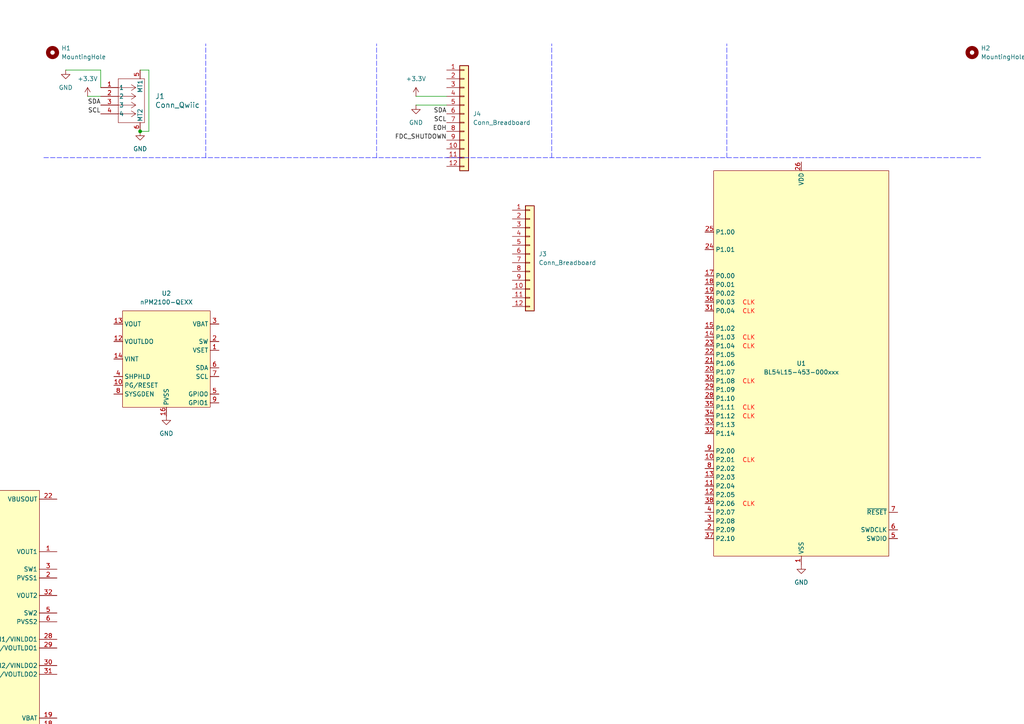
<source format=kicad_sch>
(kicad_sch (version 20250114) (generator "eeschema") (generator_version "9.0")
  (paper "A4")
  (lib_symbols
    (symbol "Connector:TestPoint" (pin_numbers (hide yes)) (pin_names (offset 0.762) (hide yes))
      (property "Reference" "TP" (at 0 6.858 0))
      (property "Value" "TestPoint" (at 0 5.08 0))
      (symbol "TestPoint_0_1"
        (circle (center 0 3.302) (radius 0.762))
      )
      (symbol "TestPoint_1_1"
        (pin passive line (at 0 0 90) (length 2.54) (name "1") (number "1"))
      )
    )
    (symbol "Connector:USB_C_Receptacle_USB2.0_16P" (pin_names (offset 1.016))
      (property "Reference" "J" (at 0 22.225 0))
      (property "Value" "USB_C_Receptacle_USB2.0_16P" (at 0 19.685 0))
      (symbol "USB_C_Receptacle_USB2.0_16P_0_0"
        (rectangle (start -0.254 -17.78) (end 0.254 -16.764))
        (rectangle (start 10.16 15.494) (end 9.144 14.986))
        (rectangle (start 10.16 10.414) (end 9.144 9.906))
        (rectangle (start 10.16 7.874) (end 9.144 7.366))
        (rectangle (start 10.16 2.794) (end 9.144 2.286))
        (rectangle (start 10.16 0.254) (end 9.144 -0.254))
        (rectangle (start 10.16 -2.286) (end 9.144 -2.794))
        (rectangle (start 10.16 -4.826) (end 9.144 -5.334))
        (rectangle (start 10.16 -12.446) (end 9.144 -12.954))
        (rectangle (start 10.16 -14.986) (end 9.144 -15.494))
      )
      (symbol "USB_C_Receptacle_USB2.0_16P_0_1"
        (rectangle (start -10.16 17.78) (end 10.16 -17.78) (stroke (width 0.254)) (fill (type background)))
        (polyline (pts (xy -8.89 -3.81) (xy -8.89 3.81)) (stroke (width 0.508)))
        (rectangle (start -7.62 -3.81) (end -6.35 3.81) (stroke (width 0.254)) (fill (type outline)))
        (arc (start -7.62 3.81) (mid -6.985 4.4423) (end -6.35 3.81) (stroke (width 0.254)))
        (arc (start -7.62 3.81) (mid -6.985 4.4423) (end -6.35 3.81) (stroke (width 0.254)) (fill (type outline)))
        (arc (start -8.89 3.81) (mid -6.985 5.7067) (end -5.08 3.81) (stroke (width 0.508)))
        (arc (start -5.08 -3.81) (mid -6.985 -5.7067) (end -8.89 -3.81) (stroke (width 0.508)))
        (arc (start -6.35 -3.81) (mid -6.985 -4.4423) (end -7.62 -3.81) (stroke (width 0.254)))
        (arc (start -6.35 -3.81) (mid -6.985 -4.4423) (end -7.62 -3.81) (stroke (width 0.254)) (fill (type outline)))
        (polyline (pts (xy -5.08 3.81) (xy -5.08 -3.81)) (stroke (width 0.508)))
        (circle (center -2.54 1.143) (radius 0.635) (stroke (width 0.254)) (fill (type outline)))
        (polyline (pts (xy -1.27 4.318) (xy 0 6.858) (xy 1.27 4.318) (xy -1.27 4.318)) (stroke (width 0.254)) (fill (type outline)))
        (polyline (pts (xy 0 -2.032) (xy 2.54 0.508) (xy 2.54 1.778)) (stroke (width 0.508)))
        (polyline (pts (xy 0 -3.302) (xy -2.54 -0.762) (xy -2.54 0.508)) (stroke (width 0.508)))
        (polyline (pts (xy 0 -5.842) (xy 0 4.318)) (stroke (width 0.508)))
        (circle (center 0 -5.842) (radius 1.27) (fill (type outline)))
        (rectangle (start 1.905 1.778) (end 3.175 3.048) (stroke (width 0.254)) (fill (type outline)))
      )
      (symbol "USB_C_Receptacle_USB2.0_16P_1_1"
        (pin passive line (at -7.62 -22.86 90) (length 5.08) (name "SHIELD") (number "S1"))
        (pin passive line (at 0 -22.86 90) (length 5.08) (name "GND") (number "A1"))
        (pin passive line (at 0 -22.86 90) (length 5.08) (hide yes) (name "GND") (number "A12"))
        (pin passive line (at 0 -22.86 90) (length 5.08) (hide yes) (name "GND") (number "B1"))
        (pin passive line (at 0 -22.86 90) (length 5.08) (hide yes) (name "GND") (number "B12"))
        (pin passive line (at 15.24 15.24 180) (length 5.08) (name "VBUS") (number "A4"))
        (pin passive line (at 15.24 15.24 180) (length 5.08) (hide yes) (name "VBUS") (number "A9"))
        (pin passive line (at 15.24 15.24 180) (length 5.08) (hide yes) (name "VBUS") (number "B4"))
        (pin passive line (at 15.24 15.24 180) (length 5.08) (hide yes) (name "VBUS") (number "B9"))
        (pin bidirectional line (at 15.24 10.16 180) (length 5.08) (name "CC1") (number "A5"))
        (pin bidirectional line (at 15.24 7.62 180) (length 5.08) (name "CC2") (number "B5"))
        (pin bidirectional line (at 15.24 2.54 180) (length 5.08) (name "D-") (number "A7"))
        (pin bidirectional line (at 15.24 0 180) (length 5.08) (name "D-") (number "B7"))
        (pin bidirectional line (at 15.24 -2.54 180) (length 5.08) (name "D+") (number "A6"))
        (pin bidirectional line (at 15.24 -5.08 180) (length 5.08) (name "D+") (number "B6"))
        (pin bidirectional line (at 15.24 -12.7 180) (length 5.08) (name "SBU1") (number "A8"))
        (pin bidirectional line (at 15.24 -15.24 180) (length 5.08) (name "SBU2") (number "B8"))
      )
    )
    (symbol "Connector_Generic:Conn_01x12" (pin_names (offset 1.016) (hide yes))
      (property "Reference" "J" (at 0 15.24 0))
      (property "Value" "Conn_01x12" (at 0 -17.78 0))
      (symbol "Conn_01x12_1_1"
        (rectangle (start -1.27 13.97) (end 1.27 -16.51) (stroke (width 0.254)) (fill (type background)))
        (rectangle (start -1.27 12.827) (end 0 12.573) (stroke (width 0.1524)))
        (rectangle (start -1.27 10.287) (end 0 10.033) (stroke (width 0.1524)))
        (rectangle (start -1.27 7.747) (end 0 7.493) (stroke (width 0.1524)))
        (rectangle (start -1.27 5.207) (end 0 4.953) (stroke (width 0.1524)))
        (rectangle (start -1.27 2.667) (end 0 2.413) (stroke (width 0.1524)))
        (rectangle (start -1.27 0.127) (end 0 -0.127) (stroke (width 0.1524)))
        (rectangle (start -1.27 -2.413) (end 0 -2.667) (stroke (width 0.1524)))
        (rectangle (start -1.27 -4.953) (end 0 -5.207) (stroke (width 0.1524)))
        (rectangle (start -1.27 -7.493) (end 0 -7.747) (stroke (width 0.1524)))
        (rectangle (start -1.27 -10.033) (end 0 -10.287) (stroke (width 0.1524)))
        (rectangle (start -1.27 -12.573) (end 0 -12.827) (stroke (width 0.1524)))
        (rectangle (start -1.27 -15.113) (end 0 -15.367) (stroke (width 0.1524)))
        (pin passive line (at -5.08 12.7 0) (length 3.81) (name "Pin_1") (number "1"))
        (pin passive line (at -5.08 10.16 0) (length 3.81) (name "Pin_2") (number "2"))
        (pin passive line (at -5.08 7.62 0) (length 3.81) (name "Pin_3") (number "3"))
        (pin passive line (at -5.08 5.08 0) (length 3.81) (name "Pin_4") (number "4"))
        (pin passive line (at -5.08 2.54 0) (length 3.81) (name "Pin_5") (number "5"))
        (pin passive line (at -5.08 0 0) (length 3.81) (name "Pin_6") (number "6"))
        (pin passive line (at -5.08 -2.54 0) (length 3.81) (name "Pin_7") (number "7"))
        (pin passive line (at -5.08 -5.08 0) (length 3.81) (name "Pin_8") (number "8"))
        (pin passive line (at -5.08 -7.62 0) (length 3.81) (name "Pin_9") (number "9"))
        (pin passive line (at -5.08 -10.16 0) (length 3.81) (name "Pin_10") (number "10"))
        (pin passive line (at -5.08 -12.7 0) (length 3.81) (name "Pin_11") (number "11"))
        (pin passive line (at -5.08 -15.24 0) (length 3.81) (name "Pin_12") (number "12"))
      )
    )
    (symbol "Device:C" (pin_numbers (hide yes)) (pin_names (offset 0.254))
      (property "Reference" "C" (at 0.635 2.54 0))
      (property "Value" "C" (at 0.635 -2.54 0))
      (symbol "C_0_1"
        (polyline (pts (xy -2.032 0.762) (xy 2.032 0.762)) (stroke (width 0.508)))
        (polyline (pts (xy -2.032 -0.762) (xy 2.032 -0.762)) (stroke (width 0.508)))
      )
      (symbol "C_1_1"
        (pin passive line (at 0 3.81 270) (length 2.794) (name "~") (number "1"))
        (pin passive line (at 0 -3.81 90) (length 2.794) (name "~") (number "2"))
      )
    )
    (symbol "Device:D_Schottky_Small" (pin_numbers (hide yes)) (pin_names (offset 0.254) (hide yes))
      (property "Reference" "D" (at -1.27 2.032 0))
      (property "Value" "D_Schottky_Small" (at -7.112 -2.032 0))
      (symbol "D_Schottky_Small_0_1"
        (polyline (pts (xy -1.27 0.762) (xy -1.27 1.016) (xy -0.762 1.016) (xy -0.762 -1.016) (xy -0.254 -1.016) (xy -0.254 -0.762)) (stroke (width 0.254)))
        (polyline (pts (xy -0.762 0) (xy 0.762 0)))
        (polyline (pts (xy 0.762 -1.016) (xy -0.762 0) (xy 0.762 1.016) (xy 0.762 -1.016)) (stroke (width 0.254)))
      )
      (symbol "D_Schottky_Small_1_1"
        (pin passive line (at -2.54 0 0) (length 1.778) (name "K") (number "1"))
        (pin passive line (at 2.54 0 180) (length 1.778) (name "A") (number "2"))
      )
    )
    (symbol "Device:LED" (pin_numbers (hide yes)) (pin_names (offset 1.016) (hide yes))
      (property "Reference" "D" (at 0 2.54 0))
      (property "Value" "LED" (at 0 -2.54 0))
      (symbol "LED_0_1"
        (polyline (pts (xy -3.048 -0.762) (xy -4.572 -2.286) (xy -3.81 -2.286) (xy -4.572 -2.286) (xy -4.572 -1.524)))
        (polyline (pts (xy -1.778 -0.762) (xy -3.302 -2.286) (xy -2.54 -2.286) (xy -3.302 -2.286) (xy -3.302 -1.524)))
        (polyline (pts (xy -1.27 0) (xy 1.27 0)))
        (polyline (pts (xy -1.27 -1.27) (xy -1.27 1.27)) (stroke (width 0.254)))
        (polyline (pts (xy 1.27 -1.27) (xy 1.27 1.27) (xy -1.27 0) (xy 1.27 -1.27)) (stroke (width 0.254)))
      )
      (symbol "LED_1_1"
        (pin passive line (at -3.81 0 0) (length 2.54) (name "K") (number "1"))
        (pin passive line (at 3.81 0 180) (length 2.54) (name "A") (number "2"))
      )
    )
    (symbol "Device:LED_RGB" (pin_names (offset 0) (hide yes))
      (property "Reference" "D" (at 0 9.398 0))
      (property "Value" "LED_RGB" (at 0 -8.89 0))
      (symbol "LED_RGB_0_0"
        (text "R" (at -1.905 3.81 0) (effects (font (size 1.27 1.27))))
        (text "G" (at -1.905 -1.27 0) (effects (font (size 1.27 1.27))))
        (text "B" (at -1.905 -6.35 0) (effects (font (size 1.27 1.27))))
      )
      (symbol "LED_RGB_0_1"
        (polyline (pts (xy -1.27 6.35) (xy -1.27 3.81)) (stroke (width 0.254)))
        (polyline (pts (xy -1.27 6.35) (xy -1.27 3.81) (xy -1.27 3.81)))
        (polyline (pts (xy -1.27 5.08) (xy -2.54 5.08)))
        (polyline (pts (xy -1.27 5.08) (xy 1.27 5.08)))
        (polyline (pts (xy -1.27 1.27) (xy -1.27 -1.27)) (stroke (width 0.254)))
        (polyline (pts (xy -1.27 1.27) (xy -1.27 -1.27) (xy -1.27 -1.27)))
        (polyline (pts (xy -1.27 0) (xy -2.54 0)))
        (polyline (pts (xy -1.27 -3.81) (xy -1.27 -6.35)) (stroke (width 0.254)))
        (polyline (pts (xy -1.27 -5.08) (xy -2.54 -5.08)))
        (polyline (pts (xy -1.27 -5.08) (xy 1.27 -5.08)))
        (polyline (pts (xy -1.016 6.35) (xy 0.508 7.874) (xy -0.254 7.874) (xy 0.508 7.874) (xy 0.508 7.112)))
        (polyline (pts (xy -1.016 1.27) (xy 0.508 2.794) (xy -0.254 2.794) (xy 0.508 2.794) (xy 0.508 2.032)))
        (polyline (pts (xy -1.016 -3.81) (xy 0.508 -2.286) (xy -0.254 -2.286) (xy 0.508 -2.286) (xy 0.508 -3.048)))
        (polyline (pts (xy 0 6.35) (xy 1.524 7.874) (xy 0.762 7.874) (xy 1.524 7.874) (xy 1.524 7.112)))
        (polyline (pts (xy 0 1.27) (xy 1.524 2.794) (xy 0.762 2.794) (xy 1.524 2.794) (xy 1.524 2.032)))
        (polyline (pts (xy 0 -3.81) (xy 1.524 -2.286) (xy 0.762 -2.286) (xy 1.524 -2.286) (xy 1.524 -3.048)))
        (polyline (pts (xy 1.27 6.35) (xy 1.27 3.81) (xy -1.27 5.08) (xy 1.27 6.35)) (stroke (width 0.254)))
        (rectangle (start 1.27 6.35) (end 1.27 6.35))
        (polyline (pts (xy 1.27 5.08) (xy 2.54 5.08)))
        (rectangle (start 1.27 3.81) (end 1.27 6.35))
        (polyline (pts (xy 1.27 1.27) (xy 1.27 -1.27) (xy -1.27 0) (xy 1.27 1.27)) (stroke (width 0.254)))
        (rectangle (start 1.27 1.27) (end 1.27 1.27))
        (polyline (pts (xy 1.27 0) (xy -1.27 0)))
        (polyline (pts (xy 1.27 0) (xy 2.54 0)))
        (rectangle (start 1.27 -1.27) (end 1.27 1.27))
        (polyline (pts (xy 1.27 -3.81) (xy 1.27 -6.35) (xy -1.27 -5.08) (xy 1.27 -3.81)) (stroke (width 0.254)))
        (polyline (pts (xy 1.27 -5.08) (xy 2.54 -5.08)))
        (rectangle (start 2.794 8.382) (end -2.794 -7.62) (stroke (width 0.254)) (fill (type background)))
      )
      (symbol "LED_RGB_1_1"
        (pin passive line (at -5.08 5.08 0) (length 2.54) (name "RK") (number "1"))
        (pin passive line (at -5.08 0 0) (length 2.54) (name "GK") (number "2"))
        (pin passive line (at -5.08 -5.08 0) (length 2.54) (name "BK") (number "3"))
        (pin passive line (at 5.08 5.08 180) (length 2.54) (name "RA") (number "6"))
        (pin passive line (at 5.08 0 180) (length 2.54) (name "GA") (number "5"))
        (pin passive line (at 5.08 -5.08 180) (length 2.54) (name "BA") (number "4"))
      )
    )
    (symbol "Device:R" (pin_numbers (hide yes)) (pin_names (offset 0))
      (property "Reference" "R" (at 2.032 0 90))
      (property "Value" "R" (at 0 0 90))
      (symbol "R_0_1"
        (rectangle (start -1.016 -2.54) (end 1.016 2.54) (stroke (width 0.254)))
      )
      (symbol "R_1_1"
        (pin passive line (at 0 3.81 270) (length 1.27) (name "~") (number "1"))
        (pin passive line (at 0 -3.81 90) (length 1.27) (name "~") (number "2"))
      )
    )
    (symbol "Mechanical:MountingHole" (pin_names (offset 1.016)) (in_bom no)
      (property "Reference" "H" (at 0 5.08 0))
      (property "Value" "MountingHole" (at 0 3.175 0))
      (symbol "MountingHole_0_1"
        (circle (center 0 0) (radius 1.27) (stroke (width 1.27)))
      )
    )
    (symbol "PCM_nordic-lib-kicad-npm:nPM1300-QEXX"
      (property "Reference" "U" (at 0 0 0))
      (property "Value" "nPM1300-QEXX" (at 0 -2.54 0))
      (symbol "nPM1300-QEXX_0_0"
        (pin power_in line (at -35.56 33.02 0) (length 5.08) (name "VBUS") (number "21"))
        (pin bidirectional line (at -35.56 20.32 0) (length 5.08) (name "CC1") (number "23"))
        (pin bidirectional line (at -35.56 17.78 0) (length 5.08) (name "CC2") (number "24"))
        (pin open_collector line (at -35.56 12.7 0) (length 5.08) (name "LED0") (number "25"))
        (pin open_collector line (at -35.56 10.16 0) (length 5.08) (name "LED1") (number "26"))
        (pin open_collector line (at -35.56 7.62 0) (length 5.08) (name "LED2") (number "27"))
        (pin bidirectional line (at -35.56 2.54 0) (length 5.08) (name "GPIO0") (number "7"))
        (pin bidirectional line (at -35.56 0 0) (length 5.08) (name "GPIO1") (number "8"))
        (pin bidirectional line (at -35.56 -2.54 0) (length 5.08) (name "GPIO2") (number "9"))
        (pin bidirectional line (at -35.56 -5.08 0) (length 5.08) (name "GPIO3") (number "10"))
        (pin bidirectional line (at -35.56 -7.62 0) (length 5.08) (name "GPIO4") (number "11"))
        (pin bidirectional line (at -35.56 -12.7 0) (length 5.08) (name "SDA") (number "13"))
        (pin bidirectional line (at -35.56 -15.24 0) (length 5.08) (name "SCL") (number "14"))
        (pin passive line (at -35.56 -20.32 0) (length 5.08) (name "VSET1") (number "17"))
        (pin passive line (at -35.56 -22.86 0) (length 5.08) (name "VSET2") (number "16"))
        (pin input line (at -35.56 -27.94 0) (length 5.08) (name "SHPHLD") (number "15"))
        (pin power_in line (at -2.54 40.64 270) (length 5.08) (name "VDDIO") (number "12"))
        (pin power_in line (at 0 40.64 270) (length 5.08) (name "PVDD") (number "4"))
        (pin power_in line (at 0 -40.64 90) (length 5.08) (name "AVSS") (number "33"))
        (pin power_out line (at 2.54 40.64 270) (length 5.08) (name "VSYS") (number "20"))
        (pin power_out line (at 35.56 33.02 180) (length 5.08) (name "VBUSOUT") (number "22"))
        (pin power_out line (at 35.56 17.78 180) (length 5.08) (name "VOUT1") (number "1"))
        (pin passive line (at 35.56 12.7 180) (length 5.08) (name "SW1") (number "3"))
        (pin power_out line (at 35.56 5.08 180) (length 5.08) (name "VOUT2") (number "32"))
        (pin passive line (at 35.56 0 180) (length 5.08) (name "SW2") (number "5"))
        (pin output line (at 35.56 -10.16 180) (length 5.08) (name "LSOUT1/VOUTLDO1") (number "29"))
        (pin input line (at 35.56 -15.24 180) (length 5.08) (name "LSIN2/VINLDO2") (number "30"))
        (pin output line (at 35.56 -17.78 180) (length 5.08) (name "LSOUT2/VOUTLDO2") (number "31"))
        (pin power_in line (at 35.56 -30.48 180) (length 5.08) (name "VBAT") (number "19"))
        (pin passive line (at 35.56 -33.02 180) (length 5.08) (name "NTC") (number "18"))
      )
      (symbol "nPM1300-QEXX_1_0"
        (pin power_in line (at 35.56 10.16 180) (length 5.08) (name "PVSS1") (number "2"))
        (pin power_in line (at 35.56 -2.54 180) (length 5.08) (name "PVSS2") (number "6"))
        (pin input line (at 35.56 -7.62 180) (length 5.08) (name "LSIN1/VINLDO1") (number "28"))
      )
      (symbol "nPM1300-QEXX_1_1"
        (rectangle (start -30.48 35.56) (end 30.48 -35.56) (fill (type background)))
      )
    )
    (symbol "PCM_nordic-lib-kicad-npm:nPM2100-QEXX"
      (property "Reference" "U" (at -10.16 19.05 0))
      (property "Value" "nPM2100-QEXX" (at -3.81 16.51 0))
      (symbol "nPM2100-QEXX_0_0"
        (pin power_in line (at -15.24 10.16 0) (length 2.54) (name "VBAT") (number "3"))
        (pin passive line (at -15.24 5.08 0) (length 2.54) (name "SW") (number "2"))
        (pin input line (at -15.24 2.54 0) (length 2.54) (name "VSET") (number "1"))
        (pin bidirectional line (at -15.24 -2.54 0) (length 2.54) (name "SDA") (number "6"))
        (pin input line (at -15.24 -5.08 0) (length 2.54) (name "SCL") (number "7"))
        (pin bidirectional line (at -15.24 -10.16 0) (length 2.54) (name "GPIO0") (number "5"))
        (pin bidirectional line (at -15.24 -12.7 0) (length 2.54) (name "GPIO1") (number "9"))
        (pin power_in line (at 0 -16.51 90) (length 2.54) (hide yes) (name "AVSS2") (number "11"))
        (pin power_in line (at 0 -16.51 90) (length 2.54) (name "PVSS") (number "16"))
        (pin passive line (at 0 -16.51 90) (length 2.54) (hide yes) (name "EP") (number "17"))
        (pin power_out line (at 15.24 10.16 180) (length 2.54) (name "VOUT") (number "13"))
        (pin passive line (at 15.24 0 180) (length 2.54) (name "VINT") (number "14"))
        (pin passive line (at 15.24 0 180) (length 2.54) (hide yes) (name "VINT") (number "15"))
        (pin input line (at 15.24 -5.08 180) (length 2.54) (name "SHPHLD") (number "4"))
        (pin bidirectional line (at 15.24 -7.62 180) (length 2.54) (name "PG/RESET") (number "10"))
        (pin input line (at 15.24 -10.16 180) (length 2.54) (name "SYSGDEN") (number "8"))
      )
      (symbol "nPM2100-QEXX_1_0"
        (pin power_out line (at 15.24 5.08 180) (length 2.54) (name "VOUTLDO") (number "12"))
      )
      (symbol "nPM2100-QEXX_1_1"
        (rectangle (start -12.7 13.97) (end 12.7 -13.97) (fill (type background)))
      )
    )
    (symbol "PCM_nordic-lib-kicad-nrf54-modules:BL54L15-453-000xxx"
      (property "Reference" "U" (at 0 0 0))
      (property "Value" "BL54L15-453-000xxx" (at 0 -2.54 0))
      (symbol "BL54L15-453-000xxx_1_0"
        (pin bidirectional line (at -27.94 38.1 0) (length 2.54) (name "P1.00") (number "25"))
        (pin bidirectional line (at -27.94 33.02 0) (length 2.54) (name "P1.01") (number "24"))
        (pin bidirectional line (at -27.94 25.4 0) (length 2.54) (name "P0.00") (number "17"))
        (pin bidirectional line (at -27.94 22.86 0) (length 2.54) (name "P0.01") (number "18"))
        (pin bidirectional line (at -27.94 20.32 0) (length 2.54) (name "P0.02") (number "19"))
        (pin bidirectional line (at -27.94 17.78 0) (length 2.54) (name "P0.03") (number "36"))
        (pin bidirectional line (at -27.94 15.24 0) (length 2.54) (name "P0.04") (number "31"))
        (pin bidirectional line (at -27.94 10.16 0) (length 2.54) (name "P1.02") (number "15"))
        (pin bidirectional line (at -27.94 7.62 0) (length 2.54) (name "P1.03") (number "14"))
        (pin bidirectional line (at -27.94 5.08 0) (length 2.54) (name "P1.04") (number "23"))
        (pin bidirectional line (at -27.94 2.54 0) (length 2.54) (name "P1.05") (number "22"))
        (pin bidirectional line (at -27.94 0 0) (length 2.54) (name "P1.06") (number "21"))
        (pin bidirectional line (at -27.94 -2.54 0) (length 2.54) (name "P1.07") (number "20"))
        (pin bidirectional line (at -27.94 -5.08 0) (length 2.54) (name "P1.08") (number "30"))
        (pin bidirectional line (at -27.94 -7.62 0) (length 2.54) (name "P1.09") (number "29"))
        (pin bidirectional line (at -27.94 -10.16 0) (length 2.54) (name "P1.10") (number "28"))
        (pin bidirectional line (at -27.94 -12.7 0) (length 2.54) (name "P1.11") (number "35"))
        (pin bidirectional line (at -27.94 -15.24 0) (length 2.54) (name "P1.12") (number "34"))
        (pin bidirectional line (at -27.94 -17.78 0) (length 2.54) (name "P1.13") (number "33"))
        (pin bidirectional line (at -27.94 -20.32 0) (length 2.54) (name "P1.14") (number "32"))
        (pin bidirectional line (at -27.94 -25.4 0) (length 2.54) (name "P2.00") (number "9"))
        (pin bidirectional line (at -27.94 -27.94 0) (length 2.54) (name "P2.01") (number "10"))
        (pin bidirectional line (at -27.94 -30.48 0) (length 2.54) (name "P2.02") (number "8"))
        (pin bidirectional line (at -27.94 -33.02 0) (length 2.54) (name "P2.03") (number "13"))
        (pin bidirectional line (at -27.94 -35.56 0) (length 2.54) (name "P2.04") (number "11"))
        (pin bidirectional line (at -27.94 -38.1 0) (length 2.54) (name "P2.05") (number "12"))
        (pin bidirectional line (at -27.94 -40.64 0) (length 2.54) (name "P2.06") (number "38"))
        (pin bidirectional line (at -27.94 -43.18 0) (length 2.54) (name "P2.07") (number "4"))
        (pin bidirectional line (at -27.94 -45.72 0) (length 2.54) (name "P2.08") (number "3"))
        (pin bidirectional line (at -27.94 -48.26 0) (length 2.54) (name "P2.09") (number "2"))
        (pin bidirectional line (at -27.94 -50.8 0) (length 2.54) (name "P2.10") (number "37"))
        (pin power_in line (at 0 58.42 270) (length 2.54) (name "VDD") (number "26"))
        (pin power_in line (at 0 -58.42 90) (length 2.54) (name "VSS") (number "1"))
        (pin passive line (at 0 -58.42 90) (length 2.54) (hide yes) (name "VSS") (number "16"))
        (pin passive line (at 0 -58.42 90) (length 2.54) (hide yes) (name "VSS") (number "27"))
        (pin passive line (at 0 -58.42 90) (length 2.54) (hide yes) (name "VSS") (number "39"))
        (pin input line (at 27.94 -43.18 180) (length 2.54) (name "~{RESET}") (number "7"))
        (pin input line (at 27.94 -48.26 180) (length 2.54) (name "SWDCLK") (number "6"))
        (pin bidirectional line (at 27.94 -50.8 180) (length 2.54) (name "SWDIO") (number "5"))
      )
      (symbol "BL54L15-453-000xxx_1_1"
        (rectangle (start -25.4 55.88) (end 25.4 -55.88) (fill (type background)))
        (text "CLK" (at -15.24 17.78 0) (effects (font (size 1.27 1.27))))
        (text "CLK" (at -15.24 15.24 0) (effects (font (size 1.27 1.27))))
        (text "CLK" (at -15.24 7.62 0) (effects (font (size 1.27 1.27))))
        (text "CLK" (at -15.24 5.08 0) (effects (font (size 1.27 1.27))))
        (text "CLK" (at -15.24 -5.08 0) (effects (font (size 1.27 1.27))))
        (text "CLK" (at -15.24 -12.7 0) (effects (font (size 1.27 1.27))))
        (text "CLK" (at -15.24 -15.24 0) (effects (font (size 1.27 1.27))))
        (text "CLK" (at -15.24 -27.94 0) (effects (font (size 1.27 1.27))))
        (text "CLK" (at -15.24 -40.64 0) (effects (font (size 1.27 1.27))))
      )
    )
    (symbol "Power_Protection:USBLC6-2SC6" (pin_names (hide yes))
      (property "Reference" "U" (at 0.635 5.715 0))
      (property "Value" "USBLC6-2SC6" (at 0.635 3.81 0))
      (symbol "USBLC6-2SC6_0_0"
        (circle (center -1.524 0) (radius 0.0001) (stroke (width 0.508)))
        (circle (center -0.508 2.032) (radius 0.0001) (stroke (width 0.508)))
        (circle (center -0.508 -4.572) (radius 0.0001) (stroke (width 0.508)))
        (circle (center 0.508 2.032) (radius 0.0001) (stroke (width 0.508)))
        (circle (center 0.508 -4.572) (radius 0.0001) (stroke (width 0.508)))
        (circle (center 1.524 -2.54) (radius 0.0001) (stroke (width 0.508)))
      )
      (symbol "USBLC6-2SC6_0_1"
        (polyline (pts (xy -2.54 0) (xy 2.54 0)))
        (polyline (pts (xy -2.54 -2.54) (xy 2.54 -2.54)))
        (polyline (pts (xy -2.032 0.508) (xy -1.016 0.508) (xy -1.524 1.524) (xy -2.032 0.508)))
        (polyline (pts (xy -2.032 -3.048) (xy -1.016 -3.048)))
        (polyline (pts (xy -1.016 1.524) (xy -2.032 1.524)))
        (polyline (pts (xy -1.016 -4.064) (xy -2.032 -4.064) (xy -1.524 -3.048) (xy -1.016 -4.064)))
        (polyline (pts (xy -0.508 -1.143) (xy -0.508 -0.762) (xy 0.508 -0.762)))
        (polyline (pts (xy 0 2.54) (xy -0.508 2.032) (xy 0.508 2.032) (xy 0 1.524) (xy 0 -4.064) (xy -0.508 -4.572) (xy 0.508 -4.572) (xy 0 -5.08)))
        (polyline (pts (xy 0.508 -1.778) (xy -0.508 -1.778) (xy 0 -0.762) (xy 0.508 -1.778)))
        (polyline (pts (xy 1.016 1.524) (xy 2.032 1.524)))
        (polyline (pts (xy 1.016 -3.048) (xy 2.032 -3.048)))
        (polyline (pts (xy 2.032 0.508) (xy 1.016 0.508) (xy 1.524 1.524) (xy 2.032 0.508)))
        (polyline (pts (xy 2.032 -4.064) (xy 1.016 -4.064) (xy 1.524 -3.048) (xy 2.032 -4.064)))
      )
      (symbol "USBLC6-2SC6_1_1"
        (rectangle (start -2.54 2.794) (end 2.54 -5.334) (stroke (width 0.254)) (fill (type background)))
        (polyline (pts (xy -0.508 2.032) (xy -1.524 2.032) (xy -1.524 -4.572) (xy -0.508 -4.572)))
        (polyline (pts (xy 0.508 -4.572) (xy 1.524 -4.572) (xy 1.524 2.032) (xy 0.508 2.032)))
        (pin passive line (at -5.08 0 0) (length 2.54) (name "I/O1") (number "1"))
        (pin passive line (at -5.08 -2.54 0) (length 2.54) (name "I/O2") (number "3"))
        (pin passive line (at 0 5.08 270) (length 2.54) (name "VBUS") (number "5"))
        (pin passive line (at 0 -7.62 90) (length 2.54) (name "GND") (number "2"))
        (pin passive line (at 5.08 0 180) (length 2.54) (name "I/O1") (number "6"))
        (pin passive line (at 5.08 -2.54 180) (length 2.54) (name "I/O2") (number "4"))
      )
    )
    (symbol "SM04B_SRSS_TB:SM04B-SRSS-TB" (pin_names (offset 0.254))
      (property "Reference" "J1" (at 15.748 -2.54 0))
      (property "Value" "Conn_Qwiic" (at 15.748 -5.08 0))
      (symbol "SM04B-SRSS-TB_1_1"
        (polyline (pts (xy 5.08 2.54) (xy 5.08 -10.16)) (stroke (width 0.127)))
        (polyline (pts (xy 5.08 -10.16) (xy 12.7 -10.16)) (stroke (width 0.127)))
        (polyline (pts (xy 10.16 0) (xy 5.08 0)) (stroke (width 0.127)))
        (polyline (pts (xy 10.16 0) (xy 8.89 0.8467)) (stroke (width 0.127)))
        (polyline (pts (xy 10.16 0) (xy 8.89 -0.8467)) (stroke (width 0.127)))
        (polyline (pts (xy 10.16 -2.54) (xy 5.08 -2.54)) (stroke (width 0.127)))
        (polyline (pts (xy 10.16 -2.54) (xy 8.89 -1.6933)) (stroke (width 0.127)))
        (polyline (pts (xy 10.16 -2.54) (xy 8.89 -3.3867)) (stroke (width 0.127)))
        (polyline (pts (xy 10.16 -5.08) (xy 5.08 -5.08)) (stroke (width 0.127)))
        (polyline (pts (xy 10.16 -5.08) (xy 8.89 -4.2333)) (stroke (width 0.127)))
        (polyline (pts (xy 10.16 -5.08) (xy 8.89 -5.9267)) (stroke (width 0.127)))
        (polyline (pts (xy 10.16 -7.62) (xy 5.08 -7.62)) (stroke (width 0.127)))
        (polyline (pts (xy 10.16 -7.62) (xy 8.89 -6.7733)) (stroke (width 0.127)))
        (polyline (pts (xy 10.16 -7.62) (xy 8.89 -8.4667)) (stroke (width 0.127)))
        (polyline (pts (xy 12.7 2.54) (xy 5.08 2.54)) (stroke (width 0.127)))
        (polyline (pts (xy 12.7 -10.16) (xy 12.7 2.54)) (stroke (width 0.127)))
        (pin power_in line (at 0 0 0) (length 5.08) (name "1") (number "1"))
        (pin power_in line (at 0 -2.54 0) (length 5.08) (name "2") (number "2"))
        (pin input line (at 0 -5.08 0) (length 5.08) (name "3") (number "3"))
        (pin bidirectional line (at 0 -7.62 0) (length 5.08) (name "4") (number "4"))
        (pin passive line (at 11.43 5.08 270) (length 2.54) (name "MT1") (number "5"))
        (pin passive line (at 11.43 -12.7 90) (length 2.54) (name "MT2") (number "6"))
      )
      (symbol "SM04B-SRSS-TB_1_2"
        (polyline (pts (xy 5.08 2.54) (xy 5.08 -10.16)) (stroke (width 0.127)))
        (polyline (pts (xy 5.08 -10.16) (xy 12.7 -10.16)) (stroke (width 0.127)))
        (polyline (pts (xy 7.62 0) (xy 5.08 0)) (stroke (width 0.127)))
        (polyline (pts (xy 7.62 0) (xy 8.89 0.8467)) (stroke (width 0.127)))
        (polyline (pts (xy 7.62 0) (xy 8.89 -0.8467)) (stroke (width 0.127)))
        (polyline (pts (xy 7.62 -2.54) (xy 5.08 -2.54)) (stroke (width 0.127)))
        (polyline (pts (xy 7.62 -2.54) (xy 8.89 -1.6933)) (stroke (width 0.127)))
        (polyline (pts (xy 7.62 -2.54) (xy 8.89 -3.3867)) (stroke (width 0.127)))
        (polyline (pts (xy 7.62 -5.08) (xy 5.08 -5.08)) (stroke (width 0.127)))
        (polyline (pts (xy 7.62 -5.08) (xy 8.89 -4.2333)) (stroke (width 0.127)))
        (polyline (pts (xy 7.62 -5.08) (xy 8.89 -5.9267)) (stroke (width 0.127)))
        (polyline (pts (xy 7.62 -7.62) (xy 5.08 -7.62)) (stroke (width 0.127)))
        (polyline (pts (xy 7.62 -7.62) (xy 8.89 -6.7733)) (stroke (width 0.127)))
        (polyline (pts (xy 7.62 -7.62) (xy 8.89 -8.4667)) (stroke (width 0.127)))
        (polyline (pts (xy 12.7 2.54) (xy 5.08 2.54)) (stroke (width 0.127)))
        (polyline (pts (xy 12.7 -10.16) (xy 12.7 2.54)) (stroke (width 0.127)))
        (pin unspecified line (at 0 0 0) (length 5.08) (name "1") (number "1"))
        (pin unspecified line (at 0 -2.54 0) (length 5.08) (name "2") (number "2"))
        (pin unspecified line (at 0 -5.08 0) (length 5.08) (name "3") (number "3"))
        (pin unspecified line (at 0 -7.62 0) (length 5.08) (name "4") (number "4"))
      )
    )
    (symbol "Switch:SW_Push" (pin_numbers (hide yes)) (pin_names (offset 1.016) (hide yes))
      (property "Reference" "SW" (at 1.27 2.54 0))
      (property "Value" "SW_Push" (at 0 -1.524 0))
      (symbol "SW_Push_0_1"
        (circle (center -2.032 0) (radius 0.508))
        (polyline (pts (xy 0 1.27) (xy 0 3.048)))
        (circle (center 2.032 0) (radius 0.508))
        (polyline (pts (xy 2.54 1.27) (xy -2.54 1.27)))
        (pin passive line (at -5.08 0 0) (length 2.54) (name "1") (number "1"))
        (pin passive line (at 5.08 0 180) (length 2.54) (name "2") (number "2"))
      )
    )
    (symbol "power:+3.3V" (power) (pin_numbers (hide yes)) (pin_names (offset 0) (hide yes))
      (property "Value" "+3.3V" (at 0 3.556 0))
      (symbol "+3.3V_0_1"
        (polyline (pts (xy -0.762 1.27) (xy 0 2.54)))
        (polyline (pts (xy 0 2.54) (xy 0.762 1.27)))
        (polyline (pts (xy 0 0) (xy 0 2.54)))
      )
      (symbol "+3.3V_1_1"
        (pin power_in line (at 0 0 90) (length 0) (name "~") (number "1"))
      )
    )
    (symbol "power:+3V3" (power) (pin_numbers (hide yes)) (pin_names (offset 0) (hide yes))
      (property "Value" "+3V3" (at 0 3.556 0))
      (symbol "+3V3_0_1"
        (polyline (pts (xy -0.762 1.27) (xy 0 2.54)))
        (polyline (pts (xy 0 2.54) (xy 0.762 1.27)))
        (polyline (pts (xy 0 0) (xy 0 2.54)))
      )
      (symbol "+3V3_1_1"
        (pin power_in line (at 0 0 90) (length 0) (name "~") (number "1"))
      )
    )
    (symbol "power:GND" (power) (pin_numbers (hide yes)) (pin_names (offset 0) (hide yes))
      (property "Value" "GND" (at 0 -3.81 0))
      (symbol "GND_0_1"
        (polyline (pts (xy 0 0) (xy 0 -1.27) (xy 1.27 -1.27) (xy 0 -2.54) (xy -1.27 -1.27) (xy 0 -1.27)))
      )
      (symbol "GND_1_1"
        (pin power_in line (at 0 0 270) (length 0) (name "~") (number "1"))
      )
    )
  )
  (rectangle (start -149.86 185.42) (end -101.6 236.22) (stroke (width 0.254) (type dash) (color 0 0 255 1)))
  (rectangle (start -190.5 185.42) (end -157.48 232.41) (stroke (width 0.254) (type dash) (color 0 0 255 1)))
  (rectangle (start -193.04 85.09) (end -73.66 171.45) (stroke (width 0.254) (type dash) (color 0 0 255 1)))
  (rectangle (start -191.77 242.57) (end -165.1 270.51) (stroke (width 0.254) (type dash) (color 0 0 255 1)))
  (text "Test points" (at -147.32 189.23 0) (effects (font (size 2.54 2.54)) (justify left top)))
  (text "Status LED" (at -186.69 189.23 0) (effects (font (size 2.54 2.54)) (justify left top)))
  (text "Short IO9\nto GND for\nprogramming\n\nShort RESET\nmomentarily\nto reboot" (at -120.396 201.676 0) (effects (font (size 1.27 1.27)) (justify left)))
  (text "- 5.1K CC pulldowns mark this as a USB 2.0 peripheral device (UFP)\n- Data lines are connected to the ESP32-H2 USB Serial/JTAG Controller:\n  -> USB 2.0 full speed PHY, up to 12 Mbit/s transfer speed \n  -> CDC-ACM virtual serial port and JTAG with CPU debugging support\n  -> Can program the chip's flash\n- Basic ESD protection on VBUS and data lines\n- LDO regulator with output up to 600mA@3.3V\n- Reverse current protection to allow powering 5V/3.3V via testpoints" (at -160.02 148.336 0) (effects (font (size 1.27 1.27) (thickness 0.1111)) (justify left top)))
  (text "USB and Power" (at -189.23 88.9 0) (effects (font (size 2.54 2.54)) (justify left top)))
  (text "Buttons" (at -187.96 246.38 0) (effects (font (size 2.54 2.54)) (justify left top)))
  (junction (at -157.48 124.46))
  (junction (at -102.87 106.68))
  (junction (at -121.92 106.68))
  (junction (at -102.87 109.22))
  (junction (at -172.72 144.78))
  (junction (at -161.29 219.71))
  (junction (at -148.59 113.03))
  (junction (at -111.76 125.73))
  (junction (at -139.7 106.68))
  (junction (at -157.48 121.92))
  (junction (at -161.29 214.63))
  (junction (at -95.25 106.68))
  (junction (at 40.64 38.1))
  (no_connect (at -157.48 137.16))
  (no_connect (at -157.48 134.62))
  (polyline (pts (xy 160.02 45.72) (xy 160.02 12.7)) (stroke (width 0.127) (type dash) (color 0 0 255 1)))
  (wire (pts (xy -111.76 125.73) (xy -102.87 125.73)))
  (wire (pts (xy -121.92 125.73) (xy -111.76 125.73)))
  (wire (pts (xy -121.92 121.92) (xy -121.92 125.73)))
  (wire (pts (xy -87.63 106.68) (xy -95.25 106.68)))
  (wire (pts (xy -161.29 214.63) (xy -161.29 219.71)))
  (wire (pts (xy -121.92 106.68) (xy -119.38 106.68)))
  (wire (pts (xy 129.54 30.48) (xy 120.65 30.48)))
  (wire (pts (xy -161.29 209.55) (xy -161.29 214.63)))
  (wire (pts (xy -111.76 125.73) (xy -111.76 116.84)))
  (wire (pts (xy -161.29 214.63) (xy -162.56 214.63)))
  (wire (pts (xy -87.63 107.95) (xy -87.63 106.68)))
  (polyline (pts (xy 210.82 45.72) (xy 210.82 12.7)) (stroke (width 0.127) (type dash) (color 0 0 255 1)))
  (wire (pts (xy -130.81 106.68) (xy -121.92 106.68)))
  (wire (pts (xy -148.59 111.76) (xy -149.86 111.76)))
  (wire (pts (xy -161.29 219.71) (xy -161.29 220.98)))
  (polyline (pts (xy 12.7 45.72) (xy 284.48 45.72)) (stroke (width 0.127) (type dash) (color 0 0 255 1)))
  (wire (pts (xy -180.34 144.78) (xy -172.72 144.78)))
  (wire (pts (xy -102.87 106.68) (xy -95.25 106.68)))
  (wire (pts (xy -157.48 106.68) (xy -139.7 106.68)))
  (wire (pts (xy -102.87 106.68) (xy -102.87 109.22)))
  (wire (pts (xy -119.38 106.68) (xy -119.38 109.22)))
  (polyline (pts (xy 109.22 45.72) (xy 109.22 12.7)) (stroke (width 0.127) (type dash) (color 0 0 255 1)))
  (wire (pts (xy -148.59 114.3) (xy -149.86 114.3)))
  (wire (pts (xy -161.29 219.71) (xy -162.56 219.71)))
  (wire (pts (xy 29.21 20.32) (xy 29.21 25.4)))
  (wire (pts (xy -157.48 119.38) (xy -157.48 121.92)))
  (wire (pts (xy -157.48 124.46) (xy -144.78 124.46)))
  (wire (pts (xy 120.65 27.94) (xy 129.54 27.94)))
  (wire (pts (xy -104.14 106.68) (xy -102.87 106.68)))
  (wire (pts (xy -139.7 106.68) (xy -135.89 106.68)))
  (wire (pts (xy -137.16 212.09) (xy -138.43 212.09)))
  (wire (pts (xy -146.05 113.03) (xy -148.59 113.03)))
  (wire (pts (xy -148.59 111.76) (xy -148.59 113.03)))
  (wire (pts (xy -157.48 124.46) (xy -157.48 127)))
  (wire (pts (xy -139.7 106.68) (xy -139.7 116.84)))
  (wire (pts (xy -135.89 232.41) (xy -138.43 232.41)))
  (polyline (pts (xy 59.69 45.72) (xy 59.69 12.7)) (stroke (width 0.127) (type dash) (color 0 0 255 1)))
  (wire (pts (xy -87.63 124.46) (xy -87.63 125.73)))
  (wire (pts (xy -102.87 121.92) (xy -102.87 125.73)))
  (wire (pts (xy -102.87 109.22) (xy -102.87 114.3)))
  (wire (pts (xy 19.05 20.32) (xy 29.21 20.32)))
  (wire (pts (xy 25.4 27.94) (xy 29.21 27.94)))
  (wire (pts (xy -113.03 232.41) (xy -115.57 232.41)))
  (wire (pts (xy 40.64 20.32) (xy 43.18 20.32)))
  (wire (pts (xy -121.92 114.3) (xy -121.92 106.68)))
  (wire (pts (xy -87.63 116.84) (xy -87.63 115.57)))
  (wire (pts (xy -161.29 209.55) (xy -162.56 209.55)))
  (wire (pts (xy -148.59 113.03) (xy -148.59 114.3)))
  (wire (pts (xy -104.14 109.22) (xy -102.87 109.22)))
  (wire (pts (xy 43.18 20.32) (xy 43.18 38.1)))
  (wire (pts (xy 43.18 38.1) (xy 40.64 38.1)))
  (wire (pts (xy -157.48 121.92) (xy -144.78 121.92)))
  (label "EOH" (at 129.54 38.1 180))
  (label "SCL" (at 129.54 35.56 180))
  (label "SDA" (at 129.54 33.02 180))
  (label "SENSE_SOIL+" (at -135.89 232.41 180))
  (label "SDA" (at 29.21 30.48 180))
  (label "USB_VBUS" (at -157.48 106.68 0))
  (label "FDC_SHUTDOWN" (at 129.54 40.64 180))
  (label "D+" (at -157.48 124.46 0))
  (label "SENSE_SOIL-" (at -113.03 232.41 180))
  (label "D-" (at -157.48 119.38 0))
  (label "SCL" (at 29.21 33.02 180))
  (hierarchical_label "LED_G" (shape input) (at -180.34 214.63 180))
  (hierarchical_label "EOH" (shape input) (at -115.57 222.25 180))
  (hierarchical_label "RESET" (shape input) (at -138.43 217.17 180))
  (hierarchical_label "USB_D+" (shape input) (at -134.62 124.46 0))
  (hierarchical_label "UART_RX" (shape output) (at -138.43 227.33 180))
  (hierarchical_label "LED_R" (shape input) (at -180.34 209.55 180))
  (hierarchical_label "UART_TX" (shape input) (at -138.43 222.25 180))
  (hierarchical_label "SCL" (shape input) (at -115.57 212.09 180))
  (hierarchical_label "BOOTMODE" (shape input) (at -137.16 212.09 180))
  (hierarchical_label "LED_B" (shape input) (at -180.34 219.71 180))
  (hierarchical_label "USB_D-" (shape input) (at -134.62 121.92 0))
  (hierarchical_label "RESET" (shape input) (at -181.61 260.35 180))
  (hierarchical_label "SDA" (shape input) (at -115.57 217.17 180))
  (hierarchical_label "FDC_OFF" (shape input) (at -115.57 227.33 180))
  (symbol (lib_id "PCM_nordic-lib-kicad-nrf54-modules:BL54L15-453-000xxx") (at 232.41 105.41 0) (unit 1)
    (property "Reference" "U1" (at 232.41 105.41 0))
    (property "Value" "BL54L15-453-000xxx" (at 232.41 107.95 0))
    (property "Footprint" "PCM_nordic-lib-kicad-nrf54-modules:BL54Lxx-LGA-39_14x10mm" (effects (hide yes)))
    (property "Datasheet" "https://docs.nordicsemi.com/bundle/ps_nrf54L15" (effects (hide yes)))
    (property "Description" "nRF54L Dual Core Multiprotocol BLE SoC" (effects (hide yes)))
  )
  (symbol (lib_id "power:+3.3V") (at -138.43 199.39 0) (unit 1)
    (property "Reference" "#PWR025" (effects (hide yes)))
    (property "Value" "+3.3V" (at -138.43 194.31 0))
    (property "Description" "Power symbol creates a global label with name \"+3.3V\"" (effects (hide yes)))
  )
  (symbol (lib_id "power:GND") (at 40.64 38.1 0) (unit 1)
    (property "Reference" "#PWR07" (effects (hide yes)))
    (property "Value" "GND" (at 40.64 43.18 0))
    (property "Description" "Power symbol creates a global label with name \"GND\" , ground" (effects (hide yes)))
  )
  (symbol (lib_id "power:+3V3") (at 25.4 27.94 0) (unit 1)
    (property "Reference" "#PWR01" (effects (hide yes)))
    (property "Value" "+3.3V" (at 25.4 22.86 0))
    (property "Description" "Power symbol creates a global label with name \"+3V3\"" (effects (hide yes)))
  )
  (symbol (lib_id "Device:R") (at -166.37 219.71 90) (unit 1)
    (property "Reference" "R12" (at -166.37 217.678 90))
    (property "Value" "10" (at -166.37 219.71 90))
    (property "Footprint" "Resistor_SMD:R_0603_1608Metric" (effects (hide yes)))
    (property "Description" "Resistor" (effects (hide yes)))
  )
  (symbol (lib_id "Device:LED_RGB") (at -175.26 214.63 0) (mirror y) (unit 1)
    (property "Reference" "D4" (at -175.26 200.66 0))
    (property "Value" "150505M173300" (at -175.26 203.2 0))
    (property "Footprint" "ul_150505M173300:LED_150505M173300_WRE" (effects (hide yes)))
    (property "Datasheet" "https://www.we-online.com/components/products/datasheet/150505M173300.pdf" (effects (hide yes)))
    (property "Description" "RGB LED, 6 pin package" (effects (hide yes)))
    (property "Digikey Part Number" "732-12000-1-ND" (effects (hide yes)))
    (property "Manufacturer" "Würth Elektronik" (effects (hide yes)))
  )
  (symbol (lib_id "power:GND") (at -146.05 113.03 0) (unit 1)
    (property "Reference" "#PWR012" (effects (hide yes)))
    (property "Value" "GND" (at -146.05 118.11 0))
    (property "Description" "Power symbol creates a global label with name \"GND\" , ground" (effects (hide yes)))
  )
  (symbol (lib_id "Connector:TestPoint") (at -115.57 227.33 270) (unit 1)
    (property "Reference" "TP11" (at -110.49 226.0599 90) (effects (justify left)))
    (property "Value" "FDC_OFF" (at -110.49 228.5999 90) (effects (justify left)))
    (property "Footprint" "TestPoint:TestPoint_Pad_D1.0mm" (effects (hide yes)))
    (property "Description" "test point" (effects (hide yes)))
  )
  (symbol (lib_id "SM04B_SRSS_TB:SM04B-SRSS-TB") (at 29.21 25.4 0) (unit 1)
    (property "Reference" "J1" (at 44.958 27.94 0) (effects (font (size 1.524 1.524)) (justify left)))
    (property "Value" "Conn_Qwiic" (at 44.958 30.48 0) (effects (font (size 1.524 1.524)) (justify left)))
    (property "Footprint" "SM04B_SRSS_TB:CONN_SM04B-SRSS-TB_JST" (effects (hide yes)))
    (property "Datasheet" "SM04B-SRSS-TB" (effects (hide yes)))
  )
  (symbol (lib_id "Connector:TestPoint") (at -138.43 227.33 270) (unit 1)
    (property "Reference" "TP6" (at -133.35 226.0599 90) (effects (justify left)))
    (property "Value" "UART_RX" (at -133.35 228.5999 90) (effects (justify left)))
    (property "Footprint" "TestPoint:TestPoint_Pad_D1.0mm" (effects (hide yes)))
    (property "Description" "test point" (effects (hide yes)))
  )
  (symbol (lib_id "Connector:TestPoint") (at -115.57 217.17 270) (unit 1)
    (property "Reference" "TP8" (at -110.49 215.8999 90) (effects (justify left)))
    (property "Value" "SDA" (at -110.49 218.4399 90) (effects (justify left)))
    (property "Footprint" "TestPoint:TestPoint_Pad_D1.0mm" (effects (hide yes)))
    (property "Description" "test point" (effects (hide yes)))
  )
  (symbol (lib_id "Connector:TestPoint") (at -115.57 222.25 270) (unit 1)
    (property "Reference" "TP10" (at -110.49 220.9799 90) (effects (justify left)))
    (property "Value" "EOH" (at -110.49 223.5199 90) (effects (justify left)))
    (property "Footprint" "TestPoint:TestPoint_Pad_D1.0mm" (effects (hide yes)))
    (property "Description" "test point" (effects (hide yes)))
  )
  (symbol (lib_id "PCM_nordic-lib-kicad-npm:nPM1300-QEXX") (at -19.05 177.8 0) (unit 1)
    (property "Reference" "U4" (at -19.05 177.8 0))
    (property "Value" "nPM1300-QEXX" (at -19.05 180.34 0))
    (property "Footprint" "Package_DFN_QFN:QFN-32-1EP_5x5mm_P0.5mm_EP3.6x3.6mm_ThermalVias" (effects (hide yes)))
    (property "Datasheet" "https://docs.nordicsemi.com/bundle/ps_npm1300" (effects (hide yes)))
    (property "Description" "PMIC, LED Driver, Battery Charger, QFN-32" (effects (hide yes)))
  )
  (symbol (lib_id "Mechanical:MountingHole") (at 15.24 15.24 0) (unit 1) (in_bom no)
    (property "Reference" "H1" (at 17.78 13.9699 0) (effects (justify left)))
    (property "Value" "MountingHole" (at 17.78 16.5099 0) (effects (justify left)))
    (property "Footprint" "MountingHoleCompact:MountingHole_2.5mm_Plated" (effects (hide yes)))
    (property "Description" "Mounting Hole without connection" (effects (hide yes)))
  )
  (symbol (lib_id "Connector:TestPoint") (at -138.43 204.47 270) (unit 1)
    (property "Reference" "TP2" (at -133.35 203.1999 90) (effects (justify left)))
    (property "Value" "GND" (at -133.35 205.7399 90) (effects (justify left)))
    (property "Footprint" "TestPoint:TestPoint_Pad_D1.0mm" (effects (hide yes)))
    (property "Description" "test point" (effects (hide yes)))
  )
  (symbol (lib_id "Connector:TestPoint") (at -138.43 232.41 270) (unit 1)
    (property "Reference" "TP9" (at -133.35 231.1399 90) (effects (justify left)))
    (property "Value" "SOIL_A" (at -133.35 233.6799 90) (effects (justify left)))
    (property "Footprint" "TestPoint:TestPoint_Pad_D1.0mm" (effects (hide yes)))
    (property "Description" "test point" (effects (hide yes)))
  )
  (symbol (lib_id "Device:R") (at -166.37 214.63 90) (unit 1)
    (property "Reference" "R11" (at -166.37 212.598 90))
    (property "Value" "10" (at -166.37 214.63 90))
    (property "Footprint" "Resistor_SMD:R_0603_1608Metric" (effects (hide yes)))
    (property "Description" "Resistor" (effects (hide yes)))
  )
  (symbol (lib_id "power:+3V3") (at -95.25 106.68 0) (unit 1)
    (property "Reference" "#PWR0101" (effects (hide yes)))
    (property "Value" "+3.3V" (at -95.25 101.6 0))
    (property "Description" "Power symbol creates a global label with name \"+3V3\"" (effects (hide yes)))
  )
  (symbol (lib_id "power:+3.3V") (at 120.65 27.94 0) (mirror y) (unit 1)
    (property "Reference" "#PWR05" (effects (hide yes)))
    (property "Value" "+3.3V" (at 120.65 22.86 0))
    (property "Description" "Power symbol creates a global label with name \"+3.3V\"" (effects (hide yes)))
  )
  (symbol (lib_id "Connector_Generic:Conn_01x12") (at 153.67 73.66 0) (unit 1)
    (property "Reference" "J3" (at 156.21 73.6599 0) (effects (justify left)))
    (property "Value" "Conn_Breadboard" (at 156.21 76.1999 0) (effects (justify left)))
    (property "Footprint" "Connector_PinHeader_2.54mm:PinHeader_1x12_P2.54mm_Vertical" (effects (hide yes)))
    (property "Description" "Generic connector, single row, 01x12, script generated (kicad-library-utils/schlib/autogen/connector/)" (effects (hide yes)))
  )
  (symbol (lib_id "Device:R") (at -153.67 114.3 90) (unit 1)
    (property "Reference" "R3" (at -153.67 116.586 90))
    (property "Value" "5.1k" (at -153.67 114.3 90))
    (property "Footprint" "Resistor_SMD:R_0603_1608Metric" (effects (hide yes)))
    (property "Description" "Resistor" (effects (hide yes)))
    (property "Digikey Part Number" "311-5.10KHRCT-ND" (effects (hide yes)))
  )
  (symbol (lib_id "power:GND") (at -87.63 125.73 0) (unit 1)
    (property "Reference" "#PWR014" (effects (hide yes)))
    (property "Value" "GND" (at -87.63 130.81 0))
    (property "Description" "Power symbol creates a global label with name \"GND\" , ground" (effects (hide yes)))
  )
  (symbol (lib_id "Device:D_Schottky_Small") (at -133.35 106.68 0) (mirror y) (unit 1)
    (property "Reference" "D2" (at -133.096 100.33 0))
    (property "Value" "B0520WS-7-F" (at -133.096 102.87 0))
    (property "Footprint" "Diode_SMD:D_SOD-323" (effects (hide yes)))
    (property "Datasheet" "https://www.diodes.com/assets/Datasheets/B0520WS.pdf" (effects (hide yes)))
    (property "Description" "DIODE SCHOTTKY 20V 500MA SOD323" (effects (hide yes)))
    (property "Part Number" "B0520WS-7-F" (effects (hide yes)))
    (property "Digikey Part Number" "B0520WS-FDICT-ND" (effects (hide yes)))
  )
  (symbol (lib_id "Connector:TestPoint") (at -138.43 217.17 270) (unit 1)
    (property "Reference" "TP4" (at -133.35 215.8999 90) (effects (justify left)))
    (property "Value" "RST" (at -133.35 218.4399 90) (effects (justify left)))
    (property "Footprint" "TestPoint:TestPoint_Pad_D1.0mm" (effects (hide yes)))
    (property "Description" "test point" (effects (hide yes)))
  )
  (symbol (lib_id "Device:C") (at -121.92 118.11 0) (unit 1)
    (property "Reference" "C4" (at -118.364 116.84 0) (effects (justify left)))
    (property "Value" "1u" (at -118.364 119.38 0) (effects (justify left)))
    (property "Footprint" "Capacitor_SMD:C_0603_1608Metric" (effects (hide yes)))
    (property "Description" "Unpolarized capacitor" (effects (hide yes)))
    (property "Part Number" "GRM188R61A105KA61D" (effects (hide yes)))
    (property "Digikey Part Number" "490-1543-1-ND" (effects (hide yes)))
  )
  (symbol (lib_id "power:GND") (at -138.43 204.47 0) (unit 1)
    (property "Reference" "#PWR031" (effects (hide yes)))
    (property "Value" "GND" (at -138.43 209.55 0))
    (property "Description" "Power symbol creates a global label with name \"GND\" , ground" (effects (hide yes)))
  )
  (symbol (lib_id "Connector:TestPoint") (at -115.57 212.09 270) (unit 1)
    (property "Reference" "TP7" (at -110.49 210.8199 90) (effects (justify left)))
    (property "Value" "SCL" (at -110.49 213.3599 90) (effects (justify left)))
    (property "Footprint" "TestPoint:TestPoint_Pad_D1.0mm" (effects (hide yes)))
    (property "Description" "test point" (effects (hide yes)))
  )
  (symbol (lib_id "power:GND") (at -19.05 218.44 0) (unit 1)
    (property "Reference" "#PWR09" (effects (hide yes)))
    (property "Value" "GND" (at -19.05 223.52 0))
    (property "Description" "Power symbol creates a global label with name \"GND\" , ground" (effects (hide yes)))
  )
  (symbol (lib_id "Switch:SW_Push") (at -176.53 260.35 0) (unit 1)
    (property "Reference" "SW1" (at -176.53 252.73 0))
    (property "Value" "Reset" (at -176.53 255.27 0))
    (property "Footprint" "Button_Switch_SMD:SW_Push_SPST_NO_Alps_SKRK" (effects (hide yes)))
    (property "Description" "Push button switch, generic, two pins" (effects (hide yes)))
    (property "Digikey Part Number" "4809-SKRKAHE020CT-ND" (effects (hide yes)))
    (property "Manufacturer" "Alps Alpine" (effects (hide yes)))
    (property "Part Number" "SKRKAHE020" (effects (hide yes)))
  )
  (symbol (lib_id "PCM_nordic-lib-kicad-npm:nPM2100-QEXX") (at 48.26 104.14 0) (mirror y) (unit 1)
    (property "Reference" "U2" (at 48.26 85.09 0))
    (property "Value" "nPM2100-QEXX" (at 48.26 87.63 0))
    (property "Footprint" "Package_DFN_QFN:UQFN-16-1EP_4x4mm_P0.65mm_EP2.6x2.6mm" (effects (hide yes)))
  )
  (symbol (lib_id "Device:R") (at -153.67 111.76 270) (unit 1)
    (property "Reference" "R2" (at -153.67 109.728 90))
    (property "Value" "5.1k" (at -153.67 111.76 90))
    (property "Footprint" "Resistor_SMD:R_0603_1608Metric" (effects (hide yes)))
    (property "Description" "Resistor" (effects (hide yes)))
    (property "Digikey Part Number" "311-5.10KHRCT-ND" (effects (hide yes)))
  )
  (symbol (lib_id "power:GND") (at 120.65 30.48 0) (mirror y) (unit 1)
    (property "Reference" "#PWR06" (effects (hide yes)))
    (property "Value" "GND" (at 120.65 35.56 0))
    (property "Description" "Power symbol creates a global label with name \"GND\" , ground" (effects (hide yes)))
  )
  (symbol (lib_id "Connector:TestPoint") (at -115.57 232.41 270) (unit 1)
    (property "Reference" "TP12" (at -110.49 231.1399 90) (effects (justify left)))
    (property "Value" "SOIL_B" (at -110.49 233.6799 90) (effects (justify left)))
    (property "Footprint" "TestPoint:TestPoint_Pad_D1.0mm" (effects (hide yes)))
    (property "Description" "test point" (effects (hide yes)))
  )
  (symbol (lib_id "Device:LED") (at -87.63 120.65 90) (unit 1)
    (property "Reference" "D3" (at -83.82 120.9674 90) (effects (justify right)))
    (property "Value" "PWRLED" (effects (hide yes)))
    (property "Footprint" "LED_SMD:LED_0603_1608Metric" (effects (hide yes)))
    (property "Description" "Light emitting diode" (effects (hide yes)))
    (property "Sim.Pins" "1=K 2=A" (effects (hide yes)))
  )
  (symbol (lib_id "power:GND") (at 232.41 163.83 0) (unit 1)
    (property "Reference" "#PWR03" (effects (hide yes)))
    (property "Value" "GND" (at 232.41 168.91 0))
    (property "Description" "Power symbol creates a global label with name \"GND\" , ground" (effects (hide yes)))
  )
  (symbol (lib_id "Device:R") (at -166.37 209.55 90) (unit 1)
    (property "Reference" "R10" (at -166.37 207.518 90))
    (property "Value" "60" (at -166.37 209.55 90))
    (property "Footprint" "Resistor_SMD:R_0603_1608Metric" (effects (hide yes)))
    (property "Description" "Resistor" (effects (hide yes)))
  )
  (symbol (lib_id "Connector:USB_C_Receptacle_USB2.0_16P") (at -172.72 121.92 0) (unit 1)
    (property "Reference" "J2" (at -172.72 99.06 0))
    (property "Value" "USB4105-GF-A" (at -172.72 101.6 0))
    (property "Footprint" "Connector_USB:USB_C_Receptacle_GCT_USB4105-xx-A_16P_TopMnt_Horizontal" (effects (hide yes)))
    (property "Datasheet" "https://www.usb.org/sites/default/files/documents/usb_type-c.zip" (effects (hide yes)))
    (property "Description" "USB 2.0-only 16P Type-C Receptacle connector" (effects (hide yes)))
    (property "MF" "GCT" (effects (hide yes)))
    (property "Part Number" "USB4105-GF-A" (effects (hide yes)))
    (property "Digikey Part Number" "2073-USB4105-GF-ACT-ND" (effects (hide yes)))
  )
  (symbol (lib_id "power:GND") (at 48.26 120.65 0) (unit 1)
    (property "Reference" "#PWR010" (effects (hide yes)))
    (property "Value" "GND" (at 48.26 125.73 0))
    (property "Description" "Power symbol creates a global label with name \"GND\" , ground" (effects (hide yes)))
  )
  (symbol (lib_id "Power_Protection:USBLC6-2SC6") (at -139.7 121.92 0) (unit 1)
    (property "Reference" "U5" (at -138.938 115.062 0) (effects (justify left)))
    (property "Value" "USBLC6-2SC6" (at -138.938 117.602 0) (effects (justify left)))
    (property "Footprint" "Package_TO_SOT_SMD:SOT-23-6" (effects (hide yes)))
    (property "Datasheet" "https://www.st.com/resource/en/datasheet/usblc6-2.pdf" (effects (hide yes)))
    (property "Description" "Very low capacitance ESD protection diode, 2 data-line, SOT-23-6" (effects (hide yes)))
    (property "Part Number" "USBLC6-2SC6" (effects (hide yes)))
    (property "Manufacturer" "STMicroelectronics" (effects (hide yes)))
    (property "Digikey Part Number" "497-5235-1-ND" (effects (hide yes)))
  )
  (symbol (lib_id "power:GND") (at 19.05 20.32 0) (unit 1)
    (property "Reference" "#PWR02" (effects (hide yes)))
    (property "Value" "GND" (at 19.05 25.4 0))
    (property "Description" "Power symbol creates a global label with name \"GND\" , ground" (effects (hide yes)))
  )
  (symbol (lib_id "Connector:TestPoint") (at -138.43 212.09 270) (unit 1)
    (property "Reference" "TP3" (at -133.35 210.8199 90) (effects (justify left)))
    (property "Value" "BOOT" (at -133.35 213.3599 90) (effects (justify left)))
    (property "Footprint" "TestPoint:TestPoint_Pad_D1.0mm" (effects (hide yes)))
    (property "Description" "test point" (effects (hide yes)))
  )
  (symbol (lib_id "power:GND") (at -139.7 129.54 0) (unit 1)
    (property "Reference" "#PWR015" (effects (hide yes)))
    (property "Value" "GND" (at -139.7 134.62 0))
    (property "Description" "Power symbol creates a global label with name \"GND\" , ground" (effects (hide yes)))
  )
  (symbol (lib_id "Device:C") (at -102.87 118.11 0) (unit 1)
    (property "Reference" "C5" (at -99.06 116.84 0) (effects (justify left)))
    (property "Value" "1u" (at -99.06 119.38 0) (effects (justify left)))
    (property "Footprint" "Capacitor_SMD:C_0603_1608Metric" (effects (hide yes)))
    (property "Description" "Unpolarized capacitor" (effects (hide yes)))
    (property "Digikey Part Number" "490-1543-1-ND" (effects (hide yes)))
  )
  (symbol (lib_id "Device:R") (at -87.63 111.76 0) (unit 1)
    (property "Reference" "R4" (at -85.09 110.4899 0) (effects (justify left)))
    (property "Value" "680" (at -85.09 113.0299 0) (effects (justify left)))
    (property "Footprint" "Resistor_SMD:R_0603_1608Metric" (effects (hide yes)))
    (property "Description" "Resistor" (effects (hide yes)))
  )
  (symbol (lib_id "Connector_Generic:Conn_01x12") (at 134.62 33.02 0) (unit 1)
    (property "Reference" "J4" (at 137.16 33.0199 0) (effects (justify left)))
    (property "Value" "Conn_Breadboard" (at 137.16 35.5599 0) (effects (justify left)))
    (property "Footprint" "Connector_PinHeader_2.54mm:PinHeader_1x12_P2.54mm_Vertical" (effects (hide yes)))
    (property "Description" "Generic connector, single row, 01x12, script generated (kicad-library-utils/schlib/autogen/connector/)" (effects (hide yes)))
  )
  (symbol (lib_id "power:GND") (at -172.72 144.78 0) (unit 1)
    (property "Reference" "#PWR011" (effects (hide yes)))
    (property "Value" "GND" (at -172.72 149.86 0))
    (property "Description" "Power symbol creates a global label with name \"GND\" , ground" (effects (hide yes)))
  )
  (symbol (lib_id "power:GND") (at -161.29 220.98 0) (unit 1)
    (property "Reference" "#PWR023" (effects (hide yes)))
    (property "Value" "GND" (at -161.29 226.06 0))
    (property "Description" "Power symbol creates a global label with name \"GND\" , ground" (effects (hide yes)))
  )
  (symbol (lib_id "Connector:TestPoint") (at -138.43 199.39 270) (unit 1)
    (property "Reference" "TP1" (at -133.35 198.1199 90) (effects (justify left)))
    (property "Value" "3.3V" (at -133.35 200.6599 90) (effects (justify left)))
    (property "Footprint" "TestPoint:TestPoint_Pad_D1.0mm" (effects (hide yes)))
    (property "Description" "test point" (effects (hide yes)))
  )
  (symbol (lib_id "Connector:TestPoint") (at -138.43 222.25 270) (unit 1)
    (property "Reference" "TP5" (at -133.35 220.9799 90) (effects (justify left)))
    (property "Value" "UART_TX" (at -133.35 223.5199 90) (effects (justify left)))
    (property "Footprint" "TestPoint:TestPoint_Pad_D1.0mm" (effects (hide yes)))
    (property "Description" "test point" (effects (hide yes)))
  )
  (symbol (lib_id "power:GND") (at -111.76 125.73 0) (unit 1)
    (property "Reference" "#PWR013" (effects (hide yes)))
    (property "Value" "GND" (at -111.76 130.81 0))
    (property "Description" "Power symbol creates a global label with name \"GND\" , ground" (effects (hide yes)))
  )
  (symbol (lib_id "power:GND") (at -171.45 260.35 0) (unit 1)
    (property "Reference" "#PWR028" (effects (hide yes)))
    (property "Value" "GND" (at -171.45 265.43 0))
    (property "Description" "Power symbol creates a global label with name \"GND\" , ground" (effects (hide yes)))
  )
  (symbol (lib_id "Mechanical:MountingHole") (at 281.94 15.24 0) (unit 1) (in_bom no)
    (property "Reference" "H2" (at 284.48 13.9699 0) (effects (justify left)))
    (property "Value" "MountingHole" (at 284.48 16.5099 0) (effects (justify left)))
    (property "Footprint" "MountingHoleCompact:MountingHole_2.5mm_Plated" (effects (hide yes)))
    (property "Description" "Mounting Hole without connection" (effects (hide yes)))
  )
)
</source>
